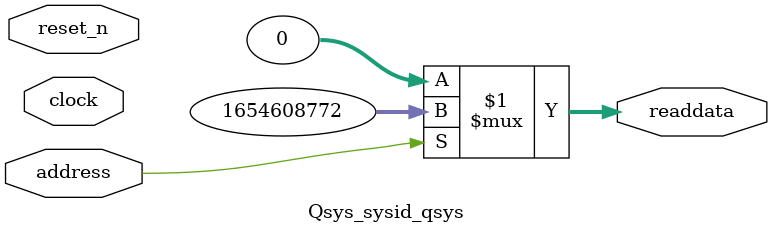
<source format=v>



// synthesis translate_off
`timescale 1ns / 1ps
// synthesis translate_on

// turn off superfluous verilog processor warnings 
// altera message_level Level1 
// altera message_off 10034 10035 10036 10037 10230 10240 10030 

module Qsys_sysid_qsys (
               // inputs:
                address,
                clock,
                reset_n,

               // outputs:
                readdata
             )
;

  output  [ 31: 0] readdata;
  input            address;
  input            clock;
  input            reset_n;

  wire    [ 31: 0] readdata;
  //control_slave, which is an e_avalon_slave
  assign readdata = address ? 1654608772 : 0;

endmodule



</source>
